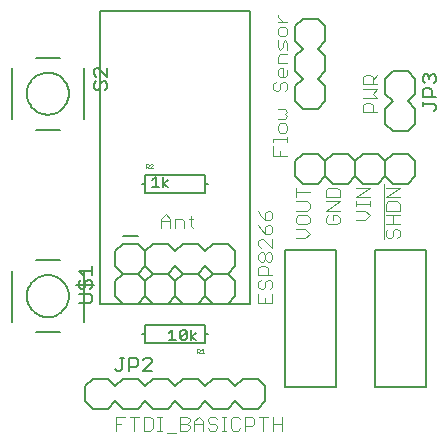
<source format=gto>
G75*
%MOIN*%
%OFA0B0*%
%FSLAX24Y24*%
%IPPOS*%
%LPD*%
%AMOC8*
5,1,8,0,0,1.08239X$1,22.5*
%
%ADD10C,0.0080*%
%ADD11C,0.0050*%
%ADD12C,0.0040*%
%ADD13C,0.0010*%
%ADD14C,0.0060*%
D10*
X012083Y006750D02*
X012083Y007250D01*
X012333Y007500D01*
X012833Y007500D01*
X013083Y007250D01*
X013333Y007500D01*
X013833Y007500D01*
X014083Y007250D01*
X014333Y007500D01*
X014833Y007500D01*
X015083Y007250D01*
X015333Y007500D01*
X015833Y007500D01*
X016083Y007250D01*
X016333Y007500D01*
X016833Y007500D01*
X017083Y007250D01*
X017333Y007500D01*
X017833Y007500D01*
X018083Y007250D01*
X018083Y006750D01*
X017833Y006500D01*
X017333Y006500D01*
X017083Y006750D01*
X016833Y006500D01*
X016333Y006500D01*
X016083Y006750D01*
X015833Y006500D01*
X015333Y006500D01*
X015083Y006750D01*
X014833Y006500D01*
X014333Y006500D01*
X014083Y006750D01*
X013833Y006500D01*
X013333Y006500D01*
X013083Y006750D01*
X012833Y006500D01*
X012333Y006500D01*
X012083Y006750D01*
X014083Y008700D02*
X014083Y009000D01*
X013983Y009000D01*
X014083Y009000D02*
X014083Y009300D01*
X016083Y009300D01*
X016083Y009000D01*
X016183Y009000D01*
X016083Y009000D02*
X016083Y008700D01*
X014083Y008700D01*
X012033Y009400D02*
X012033Y011100D01*
X011233Y011450D02*
X010440Y011450D01*
X009633Y011100D02*
X009633Y009400D01*
X010429Y009050D02*
X011233Y009050D01*
X010133Y010250D02*
X010135Y010302D01*
X010141Y010354D01*
X010151Y010406D01*
X010164Y010456D01*
X010181Y010506D01*
X010202Y010554D01*
X010227Y010600D01*
X010255Y010644D01*
X010286Y010686D01*
X010320Y010726D01*
X010357Y010763D01*
X010397Y010797D01*
X010439Y010828D01*
X010483Y010856D01*
X010529Y010881D01*
X010577Y010902D01*
X010627Y010919D01*
X010677Y010932D01*
X010729Y010942D01*
X010781Y010948D01*
X010833Y010950D01*
X010885Y010948D01*
X010937Y010942D01*
X010989Y010932D01*
X011039Y010919D01*
X011089Y010902D01*
X011137Y010881D01*
X011183Y010856D01*
X011227Y010828D01*
X011269Y010797D01*
X011309Y010763D01*
X011346Y010726D01*
X011380Y010686D01*
X011411Y010644D01*
X011439Y010600D01*
X011464Y010554D01*
X011485Y010506D01*
X011502Y010456D01*
X011515Y010406D01*
X011525Y010354D01*
X011531Y010302D01*
X011533Y010250D01*
X011531Y010198D01*
X011525Y010146D01*
X011515Y010094D01*
X011502Y010044D01*
X011485Y009994D01*
X011464Y009946D01*
X011439Y009900D01*
X011411Y009856D01*
X011380Y009814D01*
X011346Y009774D01*
X011309Y009737D01*
X011269Y009703D01*
X011227Y009672D01*
X011183Y009644D01*
X011137Y009619D01*
X011089Y009598D01*
X011039Y009581D01*
X010989Y009568D01*
X010937Y009558D01*
X010885Y009552D01*
X010833Y009550D01*
X010781Y009552D01*
X010729Y009558D01*
X010677Y009568D01*
X010627Y009581D01*
X010577Y009598D01*
X010529Y009619D01*
X010483Y009644D01*
X010439Y009672D01*
X010397Y009703D01*
X010357Y009737D01*
X010320Y009774D01*
X010286Y009814D01*
X010255Y009856D01*
X010227Y009900D01*
X010202Y009946D01*
X010181Y009994D01*
X010164Y010044D01*
X010151Y010094D01*
X010141Y010146D01*
X010135Y010198D01*
X010133Y010250D01*
X014083Y013700D02*
X014083Y014000D01*
X013983Y014000D01*
X014083Y014000D02*
X014083Y014300D01*
X016083Y014300D01*
X016083Y014000D01*
X016183Y014000D01*
X016083Y014000D02*
X016083Y013700D01*
X014083Y013700D01*
X011226Y015800D02*
X010433Y015800D01*
X009633Y016150D02*
X009633Y017850D01*
X010433Y018200D02*
X011238Y018200D01*
X012033Y017850D02*
X012033Y016150D01*
X010133Y017000D02*
X010135Y017052D01*
X010141Y017104D01*
X010151Y017156D01*
X010164Y017206D01*
X010181Y017256D01*
X010202Y017304D01*
X010227Y017350D01*
X010255Y017394D01*
X010286Y017436D01*
X010320Y017476D01*
X010357Y017513D01*
X010397Y017547D01*
X010439Y017578D01*
X010483Y017606D01*
X010529Y017631D01*
X010577Y017652D01*
X010627Y017669D01*
X010677Y017682D01*
X010729Y017692D01*
X010781Y017698D01*
X010833Y017700D01*
X010885Y017698D01*
X010937Y017692D01*
X010989Y017682D01*
X011039Y017669D01*
X011089Y017652D01*
X011137Y017631D01*
X011183Y017606D01*
X011227Y017578D01*
X011269Y017547D01*
X011309Y017513D01*
X011346Y017476D01*
X011380Y017436D01*
X011411Y017394D01*
X011439Y017350D01*
X011464Y017304D01*
X011485Y017256D01*
X011502Y017206D01*
X011515Y017156D01*
X011525Y017104D01*
X011531Y017052D01*
X011533Y017000D01*
X011531Y016948D01*
X011525Y016896D01*
X011515Y016844D01*
X011502Y016794D01*
X011485Y016744D01*
X011464Y016696D01*
X011439Y016650D01*
X011411Y016606D01*
X011380Y016564D01*
X011346Y016524D01*
X011309Y016487D01*
X011269Y016453D01*
X011227Y016422D01*
X011183Y016394D01*
X011137Y016369D01*
X011089Y016348D01*
X011039Y016331D01*
X010989Y016318D01*
X010937Y016308D01*
X010885Y016302D01*
X010833Y016300D01*
X010781Y016302D01*
X010729Y016308D01*
X010677Y016318D01*
X010627Y016331D01*
X010577Y016348D01*
X010529Y016369D01*
X010483Y016394D01*
X010439Y016422D01*
X010397Y016453D01*
X010357Y016487D01*
X010320Y016524D01*
X010286Y016564D01*
X010255Y016606D01*
X010227Y016650D01*
X010202Y016696D01*
X010181Y016744D01*
X010164Y016794D01*
X010151Y016844D01*
X010141Y016896D01*
X010135Y016948D01*
X010133Y017000D01*
X018727Y011789D02*
X018727Y007211D01*
X020440Y007211D01*
X020440Y011789D01*
X018727Y011789D01*
X021727Y011789D02*
X021727Y007211D01*
X023440Y007211D01*
X023440Y011789D01*
X021727Y011789D01*
X022333Y015750D02*
X022833Y015750D01*
X023083Y016000D01*
X023083Y016500D01*
X022833Y016750D01*
X023083Y017000D01*
X023083Y017500D01*
X022833Y017750D01*
X022333Y017750D01*
X022083Y017500D01*
X022083Y017000D01*
X022333Y016750D01*
X022083Y016500D01*
X022083Y016000D01*
X022333Y015750D01*
X020083Y016750D02*
X019833Y016500D01*
X019333Y016500D01*
X019083Y016750D01*
X019083Y017250D01*
X019333Y017500D01*
X019083Y017750D01*
X019083Y018250D01*
X019333Y018500D01*
X019083Y018750D01*
X019083Y019250D01*
X019333Y019500D01*
X019833Y019500D01*
X020083Y019250D01*
X020083Y018750D01*
X019833Y018500D01*
X020083Y018250D01*
X020083Y017750D01*
X019833Y017500D01*
X020083Y017250D01*
X020083Y016750D01*
D11*
X023328Y016724D02*
X023328Y016574D01*
X023328Y016649D02*
X023703Y016649D01*
X023778Y016574D01*
X023778Y016499D01*
X023703Y016424D01*
X023628Y016884D02*
X023628Y017109D01*
X023553Y017184D01*
X023403Y017184D01*
X023328Y017109D01*
X023328Y016884D01*
X023778Y016884D01*
X023703Y017345D02*
X023778Y017420D01*
X023778Y017570D01*
X023703Y017645D01*
X023628Y017645D01*
X023553Y017570D01*
X023553Y017495D01*
X023553Y017570D02*
X023478Y017645D01*
X023403Y017645D01*
X023328Y017570D01*
X023328Y017420D01*
X023403Y017345D01*
X017583Y019750D02*
X012583Y019750D01*
X012583Y010000D01*
X017583Y010000D01*
X017583Y019750D01*
X012808Y017865D02*
X012808Y017565D01*
X012508Y017865D01*
X012433Y017865D01*
X012358Y017790D01*
X012358Y017640D01*
X012433Y017565D01*
X012433Y017404D02*
X012358Y017329D01*
X012358Y017179D01*
X012433Y017104D01*
X012508Y017104D01*
X012583Y017179D01*
X012583Y017329D01*
X012658Y017404D01*
X012733Y017404D01*
X012808Y017329D01*
X012808Y017179D01*
X012733Y017104D01*
X012308Y011246D02*
X012308Y010946D01*
X012308Y011096D02*
X011858Y011096D01*
X012008Y010946D01*
X011933Y010786D02*
X011858Y010711D01*
X011858Y010560D01*
X011933Y010485D01*
X012008Y010485D01*
X012083Y010560D01*
X012083Y010711D01*
X012158Y010786D01*
X012233Y010786D01*
X012308Y010711D01*
X012308Y010560D01*
X012233Y010485D01*
X012233Y010325D02*
X011858Y010325D01*
X011858Y010025D02*
X012233Y010025D01*
X012308Y010100D01*
X012308Y010250D01*
X012233Y010325D01*
X012383Y010636D02*
X011783Y010636D01*
X013228Y008195D02*
X013379Y008195D01*
X013304Y008195D02*
X013304Y007820D01*
X013228Y007745D01*
X013153Y007745D01*
X013078Y007820D01*
X013539Y007745D02*
X013539Y008195D01*
X013764Y008195D01*
X013839Y008120D01*
X013839Y007970D01*
X013764Y007895D01*
X013539Y007895D01*
X013999Y007745D02*
X014299Y008045D01*
X014299Y008120D01*
X014224Y008195D01*
X014074Y008195D01*
X013999Y008120D01*
X013999Y007745D02*
X014299Y007745D01*
D12*
X014254Y006230D02*
X014024Y006230D01*
X014024Y005770D01*
X014254Y005770D01*
X014331Y005847D01*
X014331Y006154D01*
X014254Y006230D01*
X014485Y006230D02*
X014638Y006230D01*
X014561Y006230D02*
X014561Y005770D01*
X014485Y005770D02*
X014638Y005770D01*
X014791Y005693D02*
X015098Y005693D01*
X015252Y005770D02*
X015482Y005770D01*
X015559Y005847D01*
X015559Y005923D01*
X015482Y006000D01*
X015252Y006000D01*
X015252Y005770D02*
X015252Y006230D01*
X015482Y006230D01*
X015559Y006154D01*
X015559Y006077D01*
X015482Y006000D01*
X015712Y006000D02*
X016019Y006000D01*
X016019Y006077D02*
X016019Y005770D01*
X016173Y005847D02*
X016249Y005770D01*
X016403Y005770D01*
X016480Y005847D01*
X016480Y005923D01*
X016403Y006000D01*
X016249Y006000D01*
X016173Y006077D01*
X016173Y006154D01*
X016249Y006230D01*
X016403Y006230D01*
X016480Y006154D01*
X016633Y006230D02*
X016786Y006230D01*
X016710Y006230D02*
X016710Y005770D01*
X016786Y005770D02*
X016633Y005770D01*
X016940Y005847D02*
X017017Y005770D01*
X017170Y005770D01*
X017247Y005847D01*
X017400Y005923D02*
X017631Y005923D01*
X017707Y006000D01*
X017707Y006154D01*
X017631Y006230D01*
X017400Y006230D01*
X017400Y005770D01*
X017247Y006154D02*
X017170Y006230D01*
X017017Y006230D01*
X016940Y006154D01*
X016940Y005847D01*
X016019Y006077D02*
X015866Y006230D01*
X015712Y006077D01*
X015712Y005770D01*
X013871Y006230D02*
X013564Y006230D01*
X013717Y006230D02*
X013717Y005770D01*
X013257Y006000D02*
X013103Y006000D01*
X013103Y005770D02*
X013103Y006230D01*
X013410Y006230D01*
X017861Y006230D02*
X018168Y006230D01*
X018321Y006230D02*
X018321Y005770D01*
X018321Y006000D02*
X018628Y006000D01*
X018628Y006230D02*
X018628Y005770D01*
X018014Y005770D02*
X018014Y006230D01*
X018083Y010020D02*
X018083Y010173D01*
X017853Y010327D02*
X017853Y010020D01*
X018313Y010020D01*
X018313Y010327D01*
X018237Y010480D02*
X018313Y010557D01*
X018313Y010711D01*
X018237Y010787D01*
X018160Y010787D01*
X018083Y010711D01*
X018083Y010557D01*
X018006Y010480D01*
X017930Y010480D01*
X017853Y010557D01*
X017853Y010711D01*
X017930Y010787D01*
X017853Y010941D02*
X017853Y011171D01*
X017930Y011248D01*
X018083Y011248D01*
X018160Y011171D01*
X018160Y010941D01*
X018313Y010941D02*
X017853Y010941D01*
X017930Y011401D02*
X018006Y011401D01*
X018083Y011478D01*
X018083Y011631D01*
X018160Y011708D01*
X018237Y011708D01*
X018313Y011631D01*
X018313Y011478D01*
X018237Y011401D01*
X018160Y011401D01*
X018083Y011478D01*
X018083Y011631D02*
X018006Y011708D01*
X017930Y011708D01*
X017853Y011631D01*
X017853Y011478D01*
X017930Y011401D01*
X017930Y011862D02*
X017853Y011938D01*
X017853Y012092D01*
X017930Y012168D01*
X018006Y012168D01*
X018313Y011862D01*
X018313Y012168D01*
X018237Y012322D02*
X018313Y012399D01*
X018313Y012552D01*
X018237Y012629D01*
X018160Y012629D01*
X018083Y012552D01*
X018083Y012322D01*
X018237Y012322D01*
X018083Y012322D02*
X017930Y012475D01*
X017853Y012629D01*
X018083Y012782D02*
X017930Y012936D01*
X017853Y013089D01*
X018083Y013013D02*
X018083Y012782D01*
X018237Y012782D01*
X018313Y012859D01*
X018313Y013013D01*
X018237Y013089D01*
X018160Y013089D01*
X018083Y013013D01*
X019103Y013099D02*
X019487Y013099D01*
X019563Y013176D01*
X019563Y013329D01*
X019487Y013406D01*
X019103Y013406D01*
X019103Y013560D02*
X019103Y013867D01*
X019103Y013713D02*
X019563Y013713D01*
X020103Y013790D02*
X020103Y013560D01*
X020563Y013560D01*
X020563Y013790D01*
X020487Y013867D01*
X020180Y013867D01*
X020103Y013790D01*
X020103Y013406D02*
X020563Y013406D01*
X020103Y013099D01*
X020563Y013099D01*
X020487Y012946D02*
X020333Y012946D01*
X020333Y012792D01*
X020180Y012639D02*
X020487Y012639D01*
X020563Y012716D01*
X020563Y012869D01*
X020487Y012946D01*
X020180Y012946D02*
X020103Y012869D01*
X020103Y012716D01*
X020180Y012639D01*
X019563Y012716D02*
X019563Y012869D01*
X019487Y012946D01*
X019180Y012946D01*
X019103Y012869D01*
X019103Y012716D01*
X019180Y012639D01*
X019487Y012639D01*
X019563Y012716D01*
X019410Y012485D02*
X019103Y012485D01*
X019410Y012485D02*
X019563Y012332D01*
X019410Y012178D01*
X019103Y012178D01*
X021103Y012792D02*
X021410Y012792D01*
X021563Y012946D01*
X021410Y013099D01*
X021103Y013099D01*
X021103Y013253D02*
X021103Y013406D01*
X021103Y013329D02*
X021563Y013329D01*
X021563Y013253D02*
X021563Y013406D01*
X021563Y013560D02*
X021103Y013560D01*
X021563Y013867D01*
X021103Y013867D01*
X022023Y014000D02*
X022023Y012158D01*
X022103Y012255D02*
X022180Y012178D01*
X022256Y012178D01*
X022333Y012255D01*
X022333Y012409D01*
X022410Y012485D01*
X022487Y012485D01*
X022563Y012409D01*
X022563Y012255D01*
X022487Y012178D01*
X022103Y012255D02*
X022103Y012409D01*
X022180Y012485D01*
X022103Y012639D02*
X022563Y012639D01*
X022333Y012639D02*
X022333Y012946D01*
X022103Y012946D02*
X022563Y012946D01*
X022563Y013099D02*
X022103Y013099D01*
X022103Y013329D01*
X022180Y013406D01*
X022487Y013406D01*
X022563Y013329D01*
X022563Y013099D01*
X022563Y013560D02*
X022103Y013560D01*
X022563Y013867D01*
X022103Y013867D01*
X018813Y014936D02*
X018353Y014936D01*
X018353Y015243D01*
X018353Y015396D02*
X018353Y015473D01*
X018813Y015473D01*
X018813Y015396D02*
X018813Y015550D01*
X018737Y015703D02*
X018583Y015703D01*
X018506Y015780D01*
X018506Y015933D01*
X018583Y016010D01*
X018737Y016010D01*
X018813Y015933D01*
X018813Y015780D01*
X018737Y015703D01*
X018737Y016164D02*
X018506Y016164D01*
X018737Y016164D02*
X018813Y016240D01*
X018737Y016317D01*
X018813Y016394D01*
X018737Y016471D01*
X018506Y016471D01*
X018506Y017084D02*
X018583Y017161D01*
X018583Y017315D01*
X018660Y017391D01*
X018737Y017391D01*
X018813Y017315D01*
X018813Y017161D01*
X018737Y017084D01*
X018506Y017084D02*
X018430Y017084D01*
X018353Y017161D01*
X018353Y017315D01*
X018430Y017391D01*
X018583Y017545D02*
X018506Y017621D01*
X018506Y017775D01*
X018583Y017852D01*
X018660Y017852D01*
X018660Y017545D01*
X018737Y017545D02*
X018583Y017545D01*
X018737Y017545D02*
X018813Y017621D01*
X018813Y017775D01*
X018813Y018005D02*
X018506Y018005D01*
X018506Y018235D01*
X018583Y018312D01*
X018813Y018312D01*
X018813Y018466D02*
X018813Y018696D01*
X018737Y018772D01*
X018660Y018696D01*
X018660Y018542D01*
X018583Y018466D01*
X018506Y018542D01*
X018506Y018772D01*
X018583Y018926D02*
X018737Y018926D01*
X018813Y019003D01*
X018813Y019156D01*
X018737Y019233D01*
X018583Y019233D01*
X018506Y019156D01*
X018506Y019003D01*
X018583Y018926D01*
X018506Y019386D02*
X018813Y019386D01*
X018660Y019386D02*
X018506Y019540D01*
X018506Y019617D01*
X021353Y017540D02*
X021430Y017617D01*
X021583Y017617D01*
X021660Y017540D01*
X021660Y017310D01*
X021660Y017463D02*
X021813Y017617D01*
X021813Y017310D02*
X021353Y017310D01*
X021353Y017540D01*
X021353Y017156D02*
X021813Y017156D01*
X021660Y017003D01*
X021813Y016849D01*
X021353Y016849D01*
X021430Y016696D02*
X021583Y016696D01*
X021660Y016619D01*
X021660Y016389D01*
X021813Y016389D02*
X021353Y016389D01*
X021353Y016619D01*
X021430Y016696D01*
X018583Y015089D02*
X018583Y014936D01*
X015678Y012827D02*
X015524Y012827D01*
X015601Y012904D02*
X015601Y012597D01*
X015678Y012520D01*
X015371Y012520D02*
X015371Y012750D01*
X015294Y012827D01*
X015064Y012827D01*
X015064Y012520D01*
X014910Y012520D02*
X014910Y012827D01*
X014757Y012980D01*
X014603Y012827D01*
X014603Y012520D01*
X014603Y012750D02*
X014910Y012750D01*
D13*
X014336Y014505D02*
X014236Y014505D01*
X014336Y014605D01*
X014336Y014630D01*
X014311Y014655D01*
X014261Y014655D01*
X014236Y014630D01*
X014188Y014630D02*
X014163Y014655D01*
X014088Y014655D01*
X014088Y014505D01*
X014088Y014555D02*
X014163Y014555D01*
X014188Y014580D01*
X014188Y014630D01*
X014138Y014555D02*
X014188Y014505D01*
X015794Y008495D02*
X015869Y008495D01*
X015894Y008470D01*
X015894Y008420D01*
X015869Y008395D01*
X015794Y008395D01*
X015844Y008395D02*
X015894Y008345D01*
X015941Y008345D02*
X016041Y008345D01*
X015991Y008345D02*
X015991Y008495D01*
X015941Y008445D01*
X015794Y008495D02*
X015794Y008345D01*
D14*
X015777Y008780D02*
X015606Y008893D01*
X015777Y009007D01*
X015606Y009120D02*
X015606Y008780D01*
X015465Y008837D02*
X015465Y009064D01*
X015238Y008837D01*
X015295Y008780D01*
X015408Y008780D01*
X015465Y008837D01*
X015465Y009064D02*
X015408Y009120D01*
X015295Y009120D01*
X015238Y009064D01*
X015238Y008837D01*
X015097Y008780D02*
X014870Y008780D01*
X014983Y008780D02*
X014983Y009120D01*
X014870Y009007D01*
X014833Y010000D02*
X014333Y010000D01*
X014083Y010250D01*
X014083Y010750D01*
X014333Y011000D01*
X014083Y011250D01*
X013833Y011000D01*
X014083Y010750D01*
X013833Y011000D02*
X013333Y011000D01*
X013083Y011250D01*
X013083Y011750D01*
X013333Y012000D01*
X013833Y012000D01*
X014083Y011750D01*
X014333Y012000D01*
X014833Y012000D01*
X015083Y011750D01*
X015333Y012000D01*
X015833Y012000D01*
X016083Y011750D01*
X016333Y012000D01*
X016833Y012000D01*
X017083Y011750D01*
X017083Y011250D01*
X016833Y011000D01*
X017083Y010750D01*
X017083Y010250D01*
X016833Y010000D01*
X016333Y010000D01*
X016083Y010250D01*
X016083Y010750D01*
X016333Y011000D01*
X016083Y011250D01*
X015833Y011000D01*
X016083Y010750D01*
X015833Y011000D02*
X015333Y011000D01*
X015083Y011250D01*
X014833Y011000D01*
X014333Y011000D01*
X014083Y011250D02*
X014083Y011750D01*
X013833Y012250D02*
X013333Y012250D01*
X013333Y011000D02*
X013083Y010750D01*
X013083Y010250D01*
X013333Y010000D01*
X013833Y010000D01*
X014083Y010250D01*
X014833Y010000D02*
X015083Y010250D01*
X015083Y010750D01*
X015333Y011000D01*
X015083Y010750D02*
X014833Y011000D01*
X015083Y010250D02*
X015333Y010000D01*
X015833Y010000D01*
X016083Y010250D01*
X016333Y011000D02*
X016833Y011000D01*
X014852Y013880D02*
X014682Y013993D01*
X014852Y014107D01*
X014682Y014220D02*
X014682Y013880D01*
X014540Y013880D02*
X014313Y013880D01*
X014427Y013880D02*
X014427Y014220D01*
X014313Y014107D01*
X019083Y014250D02*
X019083Y014750D01*
X019333Y015000D01*
X019833Y015000D01*
X020083Y014750D01*
X020083Y014250D01*
X020333Y014000D01*
X020833Y014000D01*
X021083Y014250D01*
X021083Y014750D01*
X021333Y015000D01*
X021833Y015000D01*
X022083Y014750D01*
X022083Y014250D01*
X022333Y014000D01*
X022833Y014000D01*
X023083Y014250D01*
X023083Y014750D01*
X022833Y015000D01*
X022333Y015000D01*
X022083Y014750D01*
X022083Y014250D02*
X021833Y014000D01*
X021333Y014000D01*
X021083Y014250D01*
X021083Y014750D02*
X020833Y015000D01*
X020333Y015000D01*
X020083Y014750D01*
X020083Y014250D02*
X019833Y014000D01*
X019333Y014000D01*
X019083Y014250D01*
M02*

</source>
